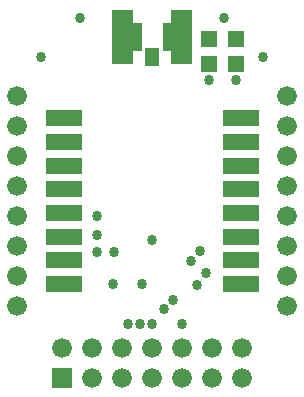
<source format=gbr>
G04 EAGLE Gerber RS-274X export*
G75*
%MOMM*%
%FSLAX34Y34*%
%LPD*%
%INSoldermask Top*%
%IPPOS*%
%AMOC8*
5,1,8,0,0,1.08239X$1,22.5*%
G01*
%ADD10R,1.352400X1.352400*%
%ADD11R,1.752400X4.552400*%
%ADD12R,1.152400X1.552400*%
%ADD13C,1.676400*%
%ADD14R,1.676400X1.676400*%
%ADD15R,3.152400X1.352400*%
%ADD16C,0.858000*%

G36*
X542005Y509891D02*
X542005Y509891D01*
X542005Y509892D01*
X542005Y555892D01*
X542001Y555897D01*
X542000Y555897D01*
X524000Y555897D01*
X523995Y555893D01*
X523995Y555892D01*
X523995Y544707D01*
X517000Y544707D01*
X516995Y544703D01*
X516995Y544702D01*
X516995Y520702D01*
X516999Y520697D01*
X517000Y520697D01*
X523995Y520697D01*
X523995Y509892D01*
X523999Y509887D01*
X524000Y509887D01*
X542000Y509887D01*
X542005Y509891D01*
G37*
G36*
X492005Y509891D02*
X492005Y509891D01*
X492005Y509892D01*
X492005Y520697D01*
X499000Y520697D01*
X499005Y520701D01*
X499005Y520702D01*
X499005Y544702D01*
X499001Y544707D01*
X499000Y544707D01*
X492005Y544707D01*
X492005Y555892D01*
X492001Y555897D01*
X492000Y555897D01*
X474000Y555897D01*
X473995Y555893D01*
X473995Y555892D01*
X473995Y509892D01*
X473999Y509887D01*
X474000Y509887D01*
X492000Y509887D01*
X492005Y509891D01*
G37*
D10*
X579120Y531200D03*
X579120Y510200D03*
X556260Y531200D03*
X556260Y510200D03*
D11*
X483000Y532892D03*
X533000Y532892D03*
D12*
X508000Y515892D03*
D13*
X393700Y482600D03*
X393700Y457200D03*
X393700Y431800D03*
X393700Y406400D03*
X393700Y381000D03*
X393700Y355600D03*
X393700Y330200D03*
X393700Y304800D03*
X622300Y482600D03*
X622300Y457200D03*
X622300Y431800D03*
X622300Y406400D03*
X622300Y381000D03*
X622300Y355600D03*
X622300Y330200D03*
X622300Y304800D03*
D14*
X431850Y244290D03*
D13*
X431850Y269690D03*
X457250Y244290D03*
X457250Y269690D03*
X482650Y244290D03*
X482650Y269690D03*
X508050Y244290D03*
X508050Y269690D03*
X533450Y244290D03*
X533450Y269690D03*
X558850Y244290D03*
X558850Y269690D03*
X584250Y244290D03*
X584250Y269690D03*
D15*
X583000Y323700D03*
X583000Y343700D03*
X433000Y323700D03*
X583000Y363700D03*
X583000Y383700D03*
X583000Y403700D03*
X583000Y423700D03*
X583000Y443700D03*
X583000Y463700D03*
X433000Y343700D03*
X433000Y363700D03*
X433000Y383700D03*
X433000Y403700D03*
X433000Y423700D03*
X433000Y443700D03*
X433000Y463700D03*
D16*
X414020Y515620D03*
X447040Y548640D03*
X568960Y548640D03*
X601980Y515620D03*
X533400Y289560D03*
X548640Y351790D03*
X546100Y322580D03*
X553720Y332740D03*
X508050Y289560D03*
X461518Y380746D03*
X541020Y342900D03*
X487680Y289560D03*
X474980Y323850D03*
X497840Y289560D03*
X461518Y350266D03*
X508000Y360680D03*
X518160Y302260D03*
X461518Y364744D03*
X499318Y323850D03*
X475996Y350266D03*
X579120Y496062D03*
X556260Y496062D03*
X525780Y309880D03*
M02*

</source>
